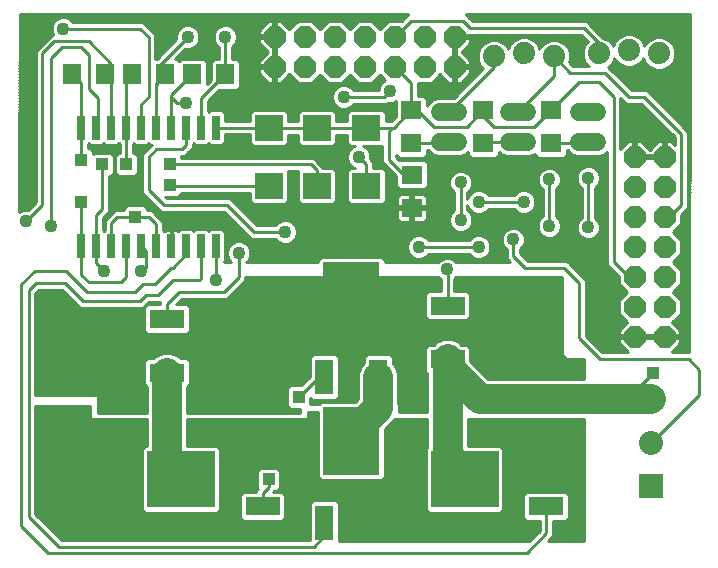
<source format=gtl>
G75*
G70*
%OFA0B0*%
%FSLAX24Y24*%
%IPPOS*%
%LPD*%
%AMOC8*
5,1,8,0,0,1.08239X$1,22.5*
%
%ADD10C,0.0600*%
%ADD11R,0.0709X0.0630*%
%ADD12R,0.1000X0.1000*%
%ADD13C,0.1000*%
%ADD14R,0.0800X0.0800*%
%ADD15C,0.0800*%
%ADD16OC8,0.0740*%
%ADD17C,0.0740*%
%ADD18R,0.1181X0.0630*%
%ADD19R,0.2250X0.1900*%
%ADD20R,0.0476X0.0476*%
%ADD21R,0.0630X0.1181*%
%ADD22R,0.1900X0.2250*%
%ADD23R,0.0260X0.0800*%
%ADD24R,0.0630X0.0709*%
%ADD25R,0.0945X0.0866*%
%ADD26C,0.0100*%
%ADD27C,0.0436*%
%ADD28C,0.1000*%
%ADD29C,0.0160*%
%ADD30R,0.0436X0.0436*%
D10*
X014550Y014100D02*
X015150Y014100D01*
X015150Y015100D02*
X014550Y015100D01*
X016850Y015100D02*
X017450Y015100D01*
X017450Y014100D02*
X016850Y014100D01*
X019200Y014100D02*
X019800Y014100D01*
X019800Y015100D02*
X019200Y015100D01*
D11*
X018250Y015151D03*
X018250Y014049D03*
X016000Y014049D03*
X016000Y015151D03*
X013600Y015151D03*
X013600Y014049D03*
X013620Y013001D03*
X013620Y011899D03*
D12*
X002100Y006600D03*
D13*
X002100Y004600D03*
D14*
X021600Y002630D03*
D15*
X021600Y004078D03*
X021600Y005526D03*
D16*
X022050Y007600D03*
X022050Y008600D03*
X021050Y008600D03*
X021050Y007600D03*
X021050Y009600D03*
X021050Y010600D03*
X022050Y010600D03*
X022050Y009600D03*
X022050Y011600D03*
X022050Y012600D03*
X022050Y013600D03*
X021050Y013600D03*
X021050Y012600D03*
X021050Y011600D03*
X015050Y016600D03*
X014050Y016600D03*
X013050Y016600D03*
X012050Y016600D03*
X011050Y016600D03*
X010050Y016600D03*
X009050Y016600D03*
X009050Y017600D03*
X010050Y017600D03*
X011050Y017600D03*
X012050Y017600D03*
X013050Y017600D03*
X014050Y017600D03*
X015050Y017600D03*
D17*
X016350Y016950D03*
X017350Y017050D03*
X018350Y016950D03*
X019850Y017050D03*
X020850Y017150D03*
X021850Y017050D03*
D18*
X014809Y008648D03*
X014809Y006852D03*
X018091Y003748D03*
X018091Y001952D03*
X008641Y001952D03*
X008641Y003748D03*
X005459Y006402D03*
X005459Y008198D03*
D19*
X008175Y007300D03*
X005925Y002850D03*
X015375Y002850D03*
X017525Y007750D03*
D20*
X017550Y007750D03*
X018400Y007750D03*
X018400Y007050D03*
X017550Y007100D03*
X016650Y007050D03*
X016650Y007750D03*
X016650Y008450D03*
X017550Y008450D03*
X018400Y008450D03*
X012300Y008100D03*
X011600Y008100D03*
X010900Y008100D03*
X010900Y009000D03*
X011600Y009000D03*
X012250Y009000D03*
X012300Y009850D03*
X011600Y009850D03*
X010900Y009850D03*
X009050Y008000D03*
X009050Y007300D03*
X009050Y006600D03*
X008200Y006650D03*
X008200Y007300D03*
X008200Y008000D03*
X007300Y008000D03*
X007300Y007300D03*
X007300Y006600D03*
X010900Y005000D03*
X011600Y005000D03*
X012300Y005000D03*
X012250Y004150D03*
X011600Y004150D03*
X010900Y004150D03*
X010900Y003250D03*
X011600Y003250D03*
X012300Y003250D03*
X014500Y003550D03*
X014500Y002850D03*
X015350Y002850D03*
X015350Y003500D03*
X016250Y003550D03*
X016250Y002850D03*
X016250Y002150D03*
X015350Y002150D03*
X014500Y002150D03*
X006800Y002150D03*
X006800Y002850D03*
X006800Y003550D03*
X005900Y003500D03*
X005900Y002850D03*
X005050Y002850D03*
X005050Y003550D03*
X005050Y002150D03*
X005900Y002150D03*
D21*
X010702Y001409D03*
X012498Y001409D03*
X012498Y006259D03*
X010702Y006259D03*
D22*
X011600Y004125D03*
X011600Y008975D03*
D23*
X007100Y010620D03*
X006600Y010620D03*
X006100Y010620D03*
X005600Y010620D03*
X005100Y010620D03*
X004600Y010620D03*
X004100Y010620D03*
X003600Y010620D03*
X003100Y010620D03*
X002600Y010620D03*
X002600Y014580D03*
X003100Y014580D03*
X003600Y014580D03*
X004100Y014580D03*
X004600Y014580D03*
X005100Y014580D03*
X005600Y014580D03*
X006100Y014580D03*
X006600Y014580D03*
X007100Y014580D03*
D24*
X007401Y016350D03*
X006299Y016350D03*
X005401Y016350D03*
X004299Y016350D03*
X003401Y016350D03*
X002299Y016350D03*
D25*
X008850Y014566D03*
X010450Y014566D03*
X012100Y014566D03*
X012100Y012634D03*
X010450Y012634D03*
X008850Y012634D03*
D26*
X000600Y001300D02*
X001500Y000400D01*
X017450Y000400D01*
X018100Y001050D01*
X018100Y001943D01*
X018091Y001952D01*
X017880Y001467D02*
X017430Y001467D01*
X017330Y001567D01*
X017330Y002338D01*
X017430Y002437D01*
X018752Y002437D01*
X018851Y002338D01*
X018851Y001567D01*
X018752Y001467D01*
X018320Y001467D01*
X018320Y000959D01*
X018191Y000830D01*
X018161Y000800D01*
X019350Y000800D01*
X019350Y004850D01*
X015479Y004850D01*
X015479Y003970D01*
X016570Y003970D01*
X016670Y003870D01*
X016670Y001830D01*
X016570Y001730D01*
X014179Y001730D01*
X014080Y001830D01*
X014080Y003870D01*
X014139Y003930D01*
X014139Y004850D01*
X013048Y004850D01*
X012720Y004522D01*
X012720Y002930D01*
X012620Y002830D01*
X010580Y002830D01*
X010480Y002930D01*
X010480Y005100D01*
X010150Y005100D01*
X010150Y004850D01*
X006129Y004850D01*
X006129Y003970D01*
X007120Y003970D01*
X007220Y003870D01*
X007220Y001830D01*
X007120Y001730D01*
X004729Y001730D01*
X004630Y001830D01*
X004630Y003870D01*
X004729Y003970D01*
X004789Y003970D01*
X004789Y004850D01*
X002900Y004850D01*
X002900Y005300D01*
X001070Y005300D01*
X001070Y001691D01*
X001941Y000820D01*
X010217Y000820D01*
X010217Y002070D01*
X010317Y002170D01*
X011088Y002170D01*
X011187Y002070D01*
X011187Y000800D01*
X017539Y000800D01*
X017880Y001141D01*
X017880Y001467D01*
X017880Y001391D02*
X011187Y001391D01*
X011187Y001489D02*
X017408Y001489D01*
X017330Y001588D02*
X011187Y001588D01*
X011187Y001686D02*
X017330Y001686D01*
X017330Y001785D02*
X016625Y001785D01*
X016670Y001883D02*
X017330Y001883D01*
X017330Y001982D02*
X016670Y001982D01*
X016670Y002080D02*
X017330Y002080D01*
X017330Y002179D02*
X016670Y002179D01*
X016670Y002277D02*
X017330Y002277D01*
X017368Y002376D02*
X016670Y002376D01*
X016670Y002474D02*
X019350Y002474D01*
X019350Y002376D02*
X018813Y002376D01*
X018851Y002277D02*
X019350Y002277D01*
X019350Y002179D02*
X018851Y002179D01*
X018851Y002080D02*
X019350Y002080D01*
X019350Y001982D02*
X018851Y001982D01*
X018851Y001883D02*
X019350Y001883D01*
X019350Y001785D02*
X018851Y001785D01*
X018851Y001686D02*
X019350Y001686D01*
X019350Y001588D02*
X018851Y001588D01*
X018773Y001489D02*
X019350Y001489D01*
X019350Y001391D02*
X018320Y001391D01*
X018320Y001292D02*
X019350Y001292D01*
X019350Y001194D02*
X018320Y001194D01*
X018320Y001095D02*
X019350Y001095D01*
X019350Y000997D02*
X018320Y000997D01*
X018259Y000898D02*
X019350Y000898D01*
X017880Y001194D02*
X011187Y001194D01*
X011187Y001292D02*
X017880Y001292D01*
X017834Y001095D02*
X011187Y001095D01*
X011187Y000997D02*
X017735Y000997D01*
X017637Y000898D02*
X011187Y000898D01*
X010702Y000952D02*
X010350Y000600D01*
X001850Y000600D01*
X000850Y001600D01*
X000850Y009150D01*
X001100Y009400D01*
X002050Y009400D01*
X002650Y008800D01*
X004550Y008800D01*
X004750Y009000D01*
X005150Y009000D01*
X005650Y009500D01*
X006550Y009500D01*
X006600Y009550D01*
X006600Y010620D01*
X006100Y010620D02*
X006100Y010350D01*
X005650Y009900D01*
X005600Y009900D01*
X005050Y009350D01*
X004650Y009350D01*
X004400Y009100D01*
X002800Y009100D01*
X002100Y009800D01*
X001050Y009800D01*
X000600Y009350D01*
X000600Y001300D01*
X001174Y001588D02*
X007880Y001588D01*
X007880Y001567D02*
X007980Y001467D01*
X009302Y001467D01*
X009401Y001567D01*
X009401Y002338D01*
X009302Y002437D01*
X008998Y002437D01*
X009023Y002462D01*
X009139Y002462D01*
X009238Y002561D01*
X009238Y003139D01*
X009139Y003238D01*
X008561Y003238D01*
X008462Y003139D01*
X008462Y002561D01*
X008481Y002542D01*
X008421Y002482D01*
X008421Y002437D01*
X007980Y002437D01*
X007880Y002338D01*
X007880Y001567D01*
X007958Y001489D02*
X001272Y001489D01*
X001371Y001391D02*
X010217Y001391D01*
X010217Y001489D02*
X009323Y001489D01*
X009401Y001588D02*
X010217Y001588D01*
X010217Y001686D02*
X009401Y001686D01*
X009401Y001785D02*
X010217Y001785D01*
X010217Y001883D02*
X009401Y001883D01*
X009401Y001982D02*
X010217Y001982D01*
X010227Y002080D02*
X009401Y002080D01*
X009401Y002179D02*
X014080Y002179D01*
X014080Y002277D02*
X009401Y002277D01*
X009363Y002376D02*
X014080Y002376D01*
X014080Y002474D02*
X009151Y002474D01*
X009238Y002573D02*
X014080Y002573D01*
X014080Y002671D02*
X009238Y002671D01*
X009238Y002770D02*
X014080Y002770D01*
X014080Y002868D02*
X012658Y002868D01*
X012720Y002967D02*
X014080Y002967D01*
X014080Y003065D02*
X012720Y003065D01*
X012720Y003164D02*
X014080Y003164D01*
X014080Y003262D02*
X012720Y003262D01*
X012720Y003361D02*
X014080Y003361D01*
X014080Y003459D02*
X012720Y003459D01*
X012720Y003558D02*
X014080Y003558D01*
X014080Y003656D02*
X012720Y003656D01*
X012720Y003755D02*
X014080Y003755D01*
X014080Y003853D02*
X012720Y003853D01*
X012720Y003952D02*
X014139Y003952D01*
X014139Y004050D02*
X012720Y004050D01*
X012720Y004149D02*
X014139Y004149D01*
X014139Y004247D02*
X012720Y004247D01*
X012720Y004346D02*
X014139Y004346D01*
X014139Y004444D02*
X012720Y004444D01*
X012740Y004543D02*
X014139Y004543D01*
X014139Y004641D02*
X012839Y004641D01*
X012937Y004740D02*
X014139Y004740D01*
X014139Y004838D02*
X013036Y004838D01*
X013200Y005100D02*
X013200Y005350D01*
X013168Y005350D01*
X013168Y006393D01*
X013066Y006639D01*
X012983Y006722D01*
X012983Y006920D01*
X012883Y007020D01*
X012112Y007020D01*
X012013Y006920D01*
X012013Y006722D01*
X011930Y006639D01*
X011828Y006393D01*
X011828Y005525D01*
X011723Y005420D01*
X010580Y005420D01*
X010509Y005350D01*
X010238Y005350D01*
X010238Y005578D01*
X010317Y005499D01*
X011088Y005499D01*
X011187Y005598D01*
X011187Y006920D01*
X011088Y007020D01*
X010317Y007020D01*
X010217Y006920D01*
X010217Y006279D01*
X009927Y005988D01*
X009561Y005988D01*
X009462Y005889D01*
X009462Y005311D01*
X009561Y005212D01*
X009900Y005212D01*
X009900Y005070D01*
X006129Y005070D01*
X006129Y005926D01*
X006220Y006017D01*
X006220Y006788D01*
X006120Y006887D01*
X005922Y006887D01*
X005839Y006970D01*
X005593Y007072D01*
X005326Y007072D01*
X005080Y006970D01*
X004997Y006887D01*
X004798Y006887D01*
X004699Y006788D01*
X004699Y006017D01*
X004789Y005926D01*
X004789Y005070D01*
X003150Y005070D01*
X003150Y005650D01*
X001070Y005650D01*
X001070Y009059D01*
X001191Y009180D01*
X001959Y009180D01*
X002430Y008709D01*
X002559Y008580D01*
X004641Y008580D01*
X004841Y008780D01*
X005239Y008780D01*
X005239Y008683D01*
X004798Y008683D01*
X004699Y008583D01*
X004699Y007812D01*
X004798Y007713D01*
X006120Y007713D01*
X006220Y007812D01*
X006220Y008583D01*
X006120Y008683D01*
X005744Y008683D01*
X005941Y008880D01*
X007441Y008880D01*
X007941Y009380D01*
X008070Y009509D01*
X008070Y009600D01*
X014501Y009600D01*
X014580Y009521D01*
X014589Y009517D01*
X014589Y009133D01*
X014148Y009133D01*
X014049Y009033D01*
X014049Y008262D01*
X014148Y008163D01*
X015470Y008163D01*
X015570Y008262D01*
X015570Y009033D01*
X015470Y009133D01*
X015029Y009133D01*
X015029Y009531D01*
X015099Y009600D01*
X018630Y009600D01*
X018630Y007009D01*
X018759Y006880D01*
X019350Y006880D01*
X019350Y006196D01*
X016161Y006196D01*
X015570Y006787D01*
X015570Y007238D01*
X015470Y007337D01*
X015272Y007337D01*
X015189Y007420D01*
X014943Y007522D01*
X014676Y007522D01*
X014430Y007420D01*
X014347Y007337D01*
X014148Y007337D01*
X014049Y007238D01*
X014049Y006467D01*
X014139Y006376D01*
X014139Y005100D01*
X013200Y005100D01*
X013200Y005134D02*
X014139Y005134D01*
X014139Y005232D02*
X013200Y005232D01*
X013200Y005331D02*
X014139Y005331D01*
X014139Y005429D02*
X013168Y005429D01*
X013168Y005528D02*
X014139Y005528D01*
X014139Y005626D02*
X013168Y005626D01*
X013168Y005725D02*
X014139Y005725D01*
X014139Y005823D02*
X013168Y005823D01*
X013168Y005922D02*
X014139Y005922D01*
X014139Y006020D02*
X013168Y006020D01*
X013168Y006119D02*
X014139Y006119D01*
X014139Y006217D02*
X013168Y006217D01*
X013168Y006316D02*
X014139Y006316D01*
X014102Y006414D02*
X013159Y006414D01*
X013118Y006513D02*
X014049Y006513D01*
X014049Y006611D02*
X013077Y006611D01*
X012995Y006710D02*
X014049Y006710D01*
X014049Y006808D02*
X012983Y006808D01*
X012983Y006907D02*
X014049Y006907D01*
X014049Y007005D02*
X012898Y007005D01*
X012097Y007005D02*
X011103Y007005D01*
X011187Y006907D02*
X012013Y006907D01*
X012013Y006808D02*
X011187Y006808D01*
X011187Y006710D02*
X012000Y006710D01*
X011918Y006611D02*
X011187Y006611D01*
X011187Y006513D02*
X011877Y006513D01*
X011836Y006414D02*
X011187Y006414D01*
X011187Y006316D02*
X011828Y006316D01*
X011828Y006217D02*
X011187Y006217D01*
X011187Y006119D02*
X011828Y006119D01*
X011828Y006020D02*
X011187Y006020D01*
X011187Y005922D02*
X011828Y005922D01*
X011828Y005823D02*
X011187Y005823D01*
X011187Y005725D02*
X011828Y005725D01*
X011828Y005626D02*
X011187Y005626D01*
X011116Y005528D02*
X011828Y005528D01*
X011731Y005429D02*
X010238Y005429D01*
X010238Y005528D02*
X010288Y005528D01*
X009850Y005600D02*
X010509Y006259D01*
X010702Y006259D01*
X010217Y006316D02*
X006220Y006316D01*
X006220Y006414D02*
X010217Y006414D01*
X010217Y006513D02*
X006220Y006513D01*
X006220Y006611D02*
X010217Y006611D01*
X010217Y006710D02*
X006220Y006710D01*
X006200Y006808D02*
X010217Y006808D01*
X010217Y006907D02*
X005903Y006907D01*
X005755Y007005D02*
X010302Y007005D01*
X010156Y006217D02*
X006220Y006217D01*
X006220Y006119D02*
X010057Y006119D01*
X009959Y006020D02*
X006220Y006020D01*
X006129Y005922D02*
X009495Y005922D01*
X009462Y005823D02*
X006129Y005823D01*
X006129Y005725D02*
X009462Y005725D01*
X009462Y005626D02*
X006129Y005626D01*
X006129Y005528D02*
X009462Y005528D01*
X009462Y005429D02*
X006129Y005429D01*
X006129Y005331D02*
X009462Y005331D01*
X009541Y005232D02*
X006129Y005232D01*
X006129Y005134D02*
X009900Y005134D01*
X010150Y005035D02*
X010480Y005035D01*
X010480Y004937D02*
X010150Y004937D01*
X010480Y004838D02*
X006129Y004838D01*
X006129Y004740D02*
X010480Y004740D01*
X010480Y004641D02*
X006129Y004641D01*
X006129Y004543D02*
X010480Y004543D01*
X010480Y004444D02*
X006129Y004444D01*
X006129Y004346D02*
X010480Y004346D01*
X010480Y004247D02*
X006129Y004247D01*
X006129Y004149D02*
X010480Y004149D01*
X010480Y004050D02*
X006129Y004050D01*
X007139Y003952D02*
X010480Y003952D01*
X010480Y003853D02*
X007220Y003853D01*
X007220Y003755D02*
X010480Y003755D01*
X010480Y003656D02*
X007220Y003656D01*
X007220Y003558D02*
X010480Y003558D01*
X010480Y003459D02*
X007220Y003459D01*
X007220Y003361D02*
X010480Y003361D01*
X010480Y003262D02*
X007220Y003262D01*
X007220Y003164D02*
X008487Y003164D01*
X008462Y003065D02*
X007220Y003065D01*
X007220Y002967D02*
X008462Y002967D01*
X008462Y002868D02*
X007220Y002868D01*
X007220Y002770D02*
X008462Y002770D01*
X008462Y002671D02*
X007220Y002671D01*
X007220Y002573D02*
X008462Y002573D01*
X008421Y002474D02*
X007220Y002474D01*
X007220Y002376D02*
X007918Y002376D01*
X007880Y002277D02*
X007220Y002277D01*
X007220Y002179D02*
X007880Y002179D01*
X007880Y002080D02*
X007220Y002080D01*
X007220Y001982D02*
X007880Y001982D01*
X007880Y001883D02*
X007220Y001883D01*
X007175Y001785D02*
X007880Y001785D01*
X007880Y001686D02*
X001075Y001686D01*
X001070Y001785D02*
X004675Y001785D01*
X004630Y001883D02*
X001070Y001883D01*
X001070Y001982D02*
X004630Y001982D01*
X004630Y002080D02*
X001070Y002080D01*
X001070Y002179D02*
X004630Y002179D01*
X004630Y002277D02*
X001070Y002277D01*
X001070Y002376D02*
X004630Y002376D01*
X004630Y002474D02*
X001070Y002474D01*
X001070Y002573D02*
X004630Y002573D01*
X004630Y002671D02*
X001070Y002671D01*
X001070Y002770D02*
X004630Y002770D01*
X004630Y002868D02*
X001070Y002868D01*
X001070Y002967D02*
X004630Y002967D01*
X004630Y003065D02*
X001070Y003065D01*
X001070Y003164D02*
X004630Y003164D01*
X004630Y003262D02*
X001070Y003262D01*
X001070Y003361D02*
X004630Y003361D01*
X004630Y003459D02*
X001070Y003459D01*
X001070Y003558D02*
X004630Y003558D01*
X004630Y003656D02*
X001070Y003656D01*
X001070Y003755D02*
X004630Y003755D01*
X004630Y003853D02*
X001070Y003853D01*
X001070Y003952D02*
X004711Y003952D01*
X004789Y004050D02*
X001070Y004050D01*
X001070Y004149D02*
X004789Y004149D01*
X004789Y004247D02*
X001070Y004247D01*
X001070Y004346D02*
X004789Y004346D01*
X004789Y004444D02*
X001070Y004444D01*
X001070Y004543D02*
X004789Y004543D01*
X004789Y004641D02*
X001070Y004641D01*
X001070Y004740D02*
X004789Y004740D01*
X004789Y004838D02*
X001070Y004838D01*
X001070Y004937D02*
X002900Y004937D01*
X002900Y005035D02*
X001070Y005035D01*
X001070Y005134D02*
X002900Y005134D01*
X002900Y005232D02*
X001070Y005232D01*
X001070Y005725D02*
X004789Y005725D01*
X004789Y005823D02*
X001070Y005823D01*
X001070Y005922D02*
X004789Y005922D01*
X004699Y006020D02*
X001070Y006020D01*
X001070Y006119D02*
X004699Y006119D01*
X004699Y006217D02*
X001070Y006217D01*
X001070Y006316D02*
X004699Y006316D01*
X004699Y006414D02*
X001070Y006414D01*
X001070Y006513D02*
X004699Y006513D01*
X004699Y006611D02*
X001070Y006611D01*
X001070Y006710D02*
X004699Y006710D01*
X004719Y006808D02*
X001070Y006808D01*
X001070Y006907D02*
X005016Y006907D01*
X005164Y007005D02*
X001070Y007005D01*
X001070Y007104D02*
X014049Y007104D01*
X014049Y007202D02*
X001070Y007202D01*
X001070Y007301D02*
X014112Y007301D01*
X014409Y007399D02*
X001070Y007399D01*
X001070Y007498D02*
X014616Y007498D01*
X015003Y007498D02*
X018630Y007498D01*
X018630Y007596D02*
X001070Y007596D01*
X001070Y007695D02*
X018630Y007695D01*
X018630Y007793D02*
X006201Y007793D01*
X006220Y007892D02*
X018630Y007892D01*
X018630Y007990D02*
X006220Y007990D01*
X006220Y008089D02*
X018630Y008089D01*
X018630Y008187D02*
X015495Y008187D01*
X015570Y008286D02*
X018630Y008286D01*
X018630Y008384D02*
X015570Y008384D01*
X015570Y008483D02*
X018630Y008483D01*
X018630Y008581D02*
X015570Y008581D01*
X015570Y008680D02*
X018630Y008680D01*
X018630Y008778D02*
X015570Y008778D01*
X015570Y008877D02*
X018630Y008877D01*
X018630Y008975D02*
X015570Y008975D01*
X015529Y009074D02*
X018630Y009074D01*
X018630Y009172D02*
X015029Y009172D01*
X015029Y009271D02*
X018630Y009271D01*
X018630Y009369D02*
X015029Y009369D01*
X015029Y009468D02*
X018630Y009468D01*
X018630Y009566D02*
X015065Y009566D01*
X014809Y009841D02*
X014800Y009850D01*
X014809Y009841D02*
X014809Y008648D01*
X014589Y009172D02*
X007733Y009172D01*
X007635Y009074D02*
X014089Y009074D01*
X014049Y008975D02*
X007536Y008975D01*
X007350Y009100D02*
X007850Y009600D01*
X007850Y010400D01*
X008208Y010551D02*
X013462Y010551D01*
X013462Y010523D02*
X013521Y010380D01*
X013630Y010271D01*
X013773Y010212D01*
X013927Y010212D01*
X014070Y010271D01*
X014179Y010380D01*
X015521Y010380D01*
X015630Y010271D01*
X015773Y010212D01*
X015927Y010212D01*
X016070Y010271D01*
X016179Y010380D01*
X016238Y010523D01*
X016238Y010677D01*
X016179Y010820D01*
X016070Y010929D01*
X015927Y010988D01*
X015773Y010988D01*
X015630Y010929D01*
X015521Y010820D01*
X014179Y010820D01*
X014070Y010929D01*
X013927Y010988D01*
X013773Y010988D01*
X013630Y010929D01*
X013521Y010820D01*
X013462Y010677D01*
X013462Y010523D01*
X013491Y010453D02*
X008238Y010453D01*
X008238Y010477D02*
X008238Y010323D01*
X008179Y010180D01*
X008099Y010100D01*
X010480Y010100D01*
X010480Y010171D01*
X010580Y010270D01*
X012620Y010270D01*
X012720Y010171D01*
X012720Y010100D01*
X014501Y010100D01*
X014580Y010179D01*
X014723Y010238D01*
X014877Y010238D01*
X015020Y010179D01*
X015099Y010100D01*
X016889Y010100D01*
X016780Y010209D01*
X016780Y010521D01*
X016671Y010630D01*
X016612Y010773D01*
X016612Y010927D01*
X016671Y011070D01*
X016780Y011179D01*
X016923Y011238D01*
X017077Y011238D01*
X017220Y011179D01*
X017329Y011070D01*
X017388Y010927D01*
X017388Y010773D01*
X017329Y010630D01*
X017220Y010521D01*
X017220Y010391D01*
X017491Y010120D01*
X018791Y010120D01*
X018811Y010100D01*
X018850Y010100D01*
X018850Y010061D01*
X019291Y009620D01*
X019420Y009491D01*
X019420Y007641D01*
X019961Y007100D01*
X020815Y007100D01*
X020530Y007385D01*
X020530Y007550D01*
X021000Y007550D01*
X021000Y007650D01*
X020530Y007650D01*
X020530Y007815D01*
X020800Y008086D01*
X020510Y008376D01*
X020510Y008824D01*
X020786Y009100D01*
X020510Y009376D01*
X020510Y009629D01*
X020259Y009880D01*
X020130Y010009D01*
X020130Y013765D01*
X020066Y013702D01*
X019893Y013630D01*
X019107Y013630D01*
X018934Y013702D01*
X018807Y013829D01*
X018774Y013829D01*
X018774Y013663D01*
X018675Y013564D01*
X017825Y013564D01*
X017726Y013663D01*
X017726Y013711D01*
X017716Y013702D01*
X017543Y013630D01*
X016757Y013630D01*
X016584Y013702D01*
X016524Y013761D01*
X016524Y013663D01*
X016425Y013564D01*
X015575Y013564D01*
X015476Y013663D01*
X015476Y013761D01*
X015416Y013702D01*
X015243Y013630D01*
X014457Y013630D01*
X014284Y013702D01*
X014157Y013829D01*
X014124Y013829D01*
X014124Y013663D01*
X014025Y013564D01*
X013175Y013564D01*
X013080Y013659D01*
X013080Y013601D01*
X013195Y013486D01*
X013195Y013486D01*
X014045Y013486D01*
X014144Y013387D01*
X014144Y012616D01*
X014045Y012516D01*
X013195Y012516D01*
X013096Y012616D01*
X013096Y012963D01*
X012769Y013290D01*
X012640Y013419D01*
X012640Y013963D01*
X011988Y013963D01*
X012070Y013929D01*
X012179Y013820D01*
X012238Y013677D01*
X012238Y013523D01*
X012320Y013441D01*
X012320Y013237D01*
X012643Y013237D01*
X012742Y013137D01*
X012742Y012130D01*
X012643Y012031D01*
X011557Y012031D01*
X011458Y012130D01*
X011458Y013137D01*
X011557Y013237D01*
X011712Y013237D01*
X011630Y013271D01*
X011521Y013380D01*
X011462Y013523D01*
X011462Y013677D01*
X011521Y013820D01*
X011630Y013929D01*
X011712Y013963D01*
X011557Y013963D01*
X011458Y014063D01*
X011458Y014346D01*
X011092Y014346D01*
X011092Y014063D01*
X010993Y013963D01*
X009907Y013963D01*
X009808Y014063D01*
X009808Y014346D01*
X009492Y014346D01*
X009492Y014063D01*
X009393Y013963D01*
X008307Y013963D01*
X008208Y014063D01*
X008208Y014360D01*
X007400Y014360D01*
X007400Y014110D01*
X007300Y014010D01*
X006900Y014010D01*
X006850Y014060D01*
X006800Y014010D01*
X006400Y014010D01*
X006350Y014060D01*
X006320Y014030D01*
X006320Y013909D01*
X006170Y013759D01*
X006041Y013630D01*
X005938Y013630D01*
X005938Y013570D01*
X010341Y013570D01*
X010470Y013441D01*
X010670Y013241D01*
X010670Y013237D01*
X010993Y013237D01*
X011092Y013137D01*
X011092Y012130D01*
X010993Y012031D01*
X009907Y012031D01*
X009808Y012130D01*
X009808Y013130D01*
X009492Y013130D01*
X009492Y012130D01*
X009393Y012031D01*
X008307Y012031D01*
X008208Y012130D01*
X008208Y012414D01*
X005938Y012414D01*
X005938Y012361D01*
X005839Y012262D01*
X005399Y012262D01*
X005441Y012220D01*
X007541Y012220D01*
X008441Y011320D01*
X009071Y011320D01*
X009180Y011429D01*
X009323Y011488D01*
X009477Y011488D01*
X009620Y011429D01*
X009729Y011320D01*
X009788Y011177D01*
X009788Y011023D01*
X009729Y010880D01*
X009620Y010771D01*
X009477Y010712D01*
X009323Y010712D01*
X009180Y010771D01*
X009071Y010880D01*
X008259Y010880D01*
X008130Y011009D01*
X007359Y011780D01*
X005259Y011780D01*
X005130Y011909D01*
X004630Y012409D01*
X004630Y013691D01*
X004759Y013820D01*
X004949Y014010D01*
X004900Y014010D01*
X004850Y014060D01*
X004800Y014010D01*
X004400Y014010D01*
X004350Y014060D01*
X004320Y014030D01*
X004320Y013738D01*
X004389Y013738D01*
X004488Y013639D01*
X004488Y013061D01*
X004389Y012962D01*
X003811Y012962D01*
X003712Y013061D01*
X003712Y013639D01*
X003811Y013738D01*
X003880Y013738D01*
X003880Y014030D01*
X003850Y014060D01*
X003800Y014010D01*
X003400Y014010D01*
X003350Y014060D01*
X003300Y014010D01*
X002900Y014010D01*
X002850Y014060D01*
X002820Y014030D01*
X002820Y013888D01*
X002889Y013888D01*
X002988Y013789D01*
X002988Y013715D01*
X003011Y013738D01*
X003589Y013738D01*
X003688Y013639D01*
X003688Y013061D01*
X003589Y012962D01*
X003520Y012962D01*
X003520Y011759D01*
X003320Y011559D01*
X003320Y011170D01*
X003350Y011140D01*
X003380Y011170D01*
X003380Y011491D01*
X003509Y011620D01*
X003709Y011820D01*
X004012Y011820D01*
X004012Y011889D01*
X004111Y011988D01*
X004689Y011988D01*
X004788Y011889D01*
X004788Y011820D01*
X004941Y011820D01*
X005070Y011691D01*
X005320Y011441D01*
X005320Y011170D01*
X005364Y011126D01*
X005378Y011140D01*
X005412Y011160D01*
X005450Y011170D01*
X005585Y011170D01*
X005585Y010635D01*
X005615Y010635D01*
X005615Y011170D01*
X005750Y011170D01*
X005788Y011160D01*
X005822Y011140D01*
X005836Y011126D01*
X005900Y011190D01*
X006300Y011190D01*
X006350Y011140D01*
X006400Y011190D01*
X006800Y011190D01*
X006850Y011140D01*
X006900Y011190D01*
X007300Y011190D01*
X007400Y011090D01*
X007400Y010150D01*
X007350Y010100D01*
X007601Y010100D01*
X007521Y010180D01*
X007462Y010323D01*
X007462Y010477D01*
X007521Y010620D01*
X007630Y010729D01*
X007773Y010788D01*
X007927Y010788D01*
X008070Y010729D01*
X008179Y010620D01*
X008238Y010477D01*
X008238Y010354D02*
X013547Y010354D01*
X013667Y010256D02*
X012635Y010256D01*
X012720Y010157D02*
X014558Y010157D01*
X014153Y010354D02*
X015547Y010354D01*
X015667Y010256D02*
X014033Y010256D01*
X013850Y010600D02*
X015850Y010600D01*
X016209Y010748D02*
X016622Y010748D01*
X016612Y010847D02*
X016152Y010847D01*
X016031Y010945D02*
X016619Y010945D01*
X016660Y011044D02*
X009788Y011044D01*
X009788Y011142D02*
X015100Y011142D01*
X015030Y011171D02*
X015173Y011112D01*
X015327Y011112D01*
X015470Y011171D01*
X015579Y011280D01*
X015638Y011423D01*
X015638Y011577D01*
X015579Y011720D01*
X015470Y011829D01*
X015470Y012003D01*
X015521Y011880D01*
X015630Y011771D01*
X015773Y011712D01*
X015927Y011712D01*
X016070Y011771D01*
X016179Y011880D01*
X017021Y011880D01*
X017130Y011771D01*
X017273Y011712D01*
X017427Y011712D01*
X017570Y011771D01*
X017679Y011880D01*
X017738Y012023D01*
X017738Y012177D01*
X017679Y012320D01*
X017570Y012429D01*
X017427Y012488D01*
X017273Y012488D01*
X017130Y012429D01*
X017021Y012320D01*
X016179Y012320D01*
X016070Y012429D01*
X015927Y012488D01*
X015773Y012488D01*
X015630Y012429D01*
X015521Y012320D01*
X015470Y012197D01*
X015470Y012421D01*
X015579Y012530D01*
X015638Y012673D01*
X015638Y012827D01*
X015579Y012970D01*
X015470Y013079D01*
X015327Y013138D01*
X015173Y013138D01*
X015030Y013079D01*
X014921Y012970D01*
X014862Y012827D01*
X014862Y012673D01*
X014921Y012530D01*
X015030Y012421D01*
X015030Y011829D01*
X014921Y011720D01*
X014862Y011577D01*
X014862Y011423D01*
X014921Y011280D01*
X015030Y011171D01*
X014961Y011241D02*
X009762Y011241D01*
X009710Y011339D02*
X014897Y011339D01*
X014862Y011438D02*
X014008Y011438D01*
X013994Y011434D02*
X014032Y011444D01*
X014066Y011464D01*
X014094Y011492D01*
X014114Y011526D01*
X014124Y011564D01*
X014124Y011849D01*
X013670Y011849D01*
X013670Y011949D01*
X013570Y011949D01*
X013570Y012364D01*
X013246Y012364D01*
X013208Y012354D01*
X013174Y012334D01*
X013146Y012306D01*
X013126Y012272D01*
X013116Y012234D01*
X013116Y011949D01*
X013570Y011949D01*
X013570Y011849D01*
X013116Y011849D01*
X013116Y011564D01*
X013126Y011526D01*
X013146Y011492D01*
X013174Y011464D01*
X013208Y011444D01*
X013246Y011434D01*
X013570Y011434D01*
X013570Y011849D01*
X013670Y011849D01*
X013670Y011434D01*
X013994Y011434D01*
X014117Y011536D02*
X014862Y011536D01*
X014886Y011635D02*
X014124Y011635D01*
X014124Y011733D02*
X014934Y011733D01*
X015030Y011832D02*
X014124Y011832D01*
X014124Y011949D02*
X014124Y012234D01*
X014114Y012272D01*
X014094Y012306D01*
X014066Y012334D01*
X014032Y012354D01*
X013994Y012364D01*
X013670Y012364D01*
X013670Y011949D01*
X014124Y011949D01*
X014124Y012029D02*
X015030Y012029D01*
X015030Y012127D02*
X014124Y012127D01*
X014124Y012226D02*
X015030Y012226D01*
X015030Y012324D02*
X014076Y012324D01*
X014050Y012521D02*
X014930Y012521D01*
X014884Y012620D02*
X014144Y012620D01*
X014144Y012718D02*
X014862Y012718D01*
X014862Y012817D02*
X014144Y012817D01*
X014144Y012915D02*
X014898Y012915D01*
X014965Y013014D02*
X014144Y013014D01*
X014144Y013112D02*
X015110Y013112D01*
X015390Y013112D02*
X017913Y013112D01*
X017871Y013070D02*
X017980Y013179D01*
X018123Y013238D01*
X018277Y013238D01*
X018420Y013179D01*
X018529Y013070D01*
X018588Y012927D01*
X018588Y012773D01*
X018529Y012630D01*
X018420Y012521D01*
X019280Y012521D01*
X019280Y012571D02*
X019171Y012680D01*
X019112Y012823D01*
X019112Y012977D01*
X019171Y013120D01*
X019280Y013229D01*
X019423Y013288D01*
X019577Y013288D01*
X019720Y013229D01*
X019829Y013120D01*
X019888Y012977D01*
X019888Y012823D01*
X019829Y012680D01*
X019720Y012571D01*
X019720Y011579D01*
X019829Y011470D01*
X019888Y011327D01*
X019888Y011173D01*
X019829Y011030D01*
X019720Y010921D01*
X019577Y010862D01*
X019423Y010862D01*
X019280Y010921D01*
X019171Y011030D01*
X019112Y011173D01*
X019112Y011327D01*
X019171Y011470D01*
X019280Y011579D01*
X019280Y012571D01*
X019232Y012620D02*
X018518Y012620D01*
X018565Y012718D02*
X019155Y012718D01*
X019114Y012817D02*
X018588Y012817D01*
X018588Y012915D02*
X019112Y012915D01*
X019127Y013014D02*
X018552Y013014D01*
X018487Y013112D02*
X019168Y013112D01*
X019262Y013211D02*
X018344Y013211D01*
X018056Y013211D02*
X014144Y013211D01*
X014144Y013309D02*
X020130Y013309D01*
X020130Y013211D02*
X019738Y013211D01*
X019832Y013112D02*
X020130Y013112D01*
X020130Y013014D02*
X019873Y013014D01*
X019888Y012915D02*
X020130Y012915D01*
X020130Y012817D02*
X019886Y012817D01*
X019845Y012718D02*
X020130Y012718D01*
X020130Y012620D02*
X019768Y012620D01*
X019720Y012521D02*
X020130Y012521D01*
X020130Y012423D02*
X019720Y012423D01*
X019720Y012324D02*
X020130Y012324D01*
X020130Y012226D02*
X019720Y012226D01*
X019720Y012127D02*
X020130Y012127D01*
X020130Y012029D02*
X019720Y012029D01*
X019720Y011930D02*
X020130Y011930D01*
X020130Y011832D02*
X019720Y011832D01*
X019720Y011733D02*
X020130Y011733D01*
X020130Y011635D02*
X019720Y011635D01*
X019763Y011536D02*
X020130Y011536D01*
X020130Y011438D02*
X019842Y011438D01*
X019883Y011339D02*
X020130Y011339D01*
X020130Y011241D02*
X019888Y011241D01*
X019875Y011142D02*
X020130Y011142D01*
X020130Y011044D02*
X019835Y011044D01*
X019744Y010945D02*
X020130Y010945D01*
X020130Y010847D02*
X017388Y010847D01*
X017381Y010945D02*
X018043Y010945D01*
X017980Y010971D02*
X018123Y010912D01*
X018277Y010912D01*
X018420Y010971D01*
X018529Y011080D01*
X018588Y011223D01*
X018588Y011377D01*
X018529Y011520D01*
X018420Y011629D01*
X018420Y012521D01*
X018420Y012423D02*
X019280Y012423D01*
X019280Y012324D02*
X018420Y012324D01*
X018420Y012226D02*
X019280Y012226D01*
X019280Y012127D02*
X018420Y012127D01*
X018420Y012029D02*
X019280Y012029D01*
X019280Y011930D02*
X018420Y011930D01*
X018420Y011832D02*
X019280Y011832D01*
X019280Y011733D02*
X018420Y011733D01*
X018420Y011635D02*
X019280Y011635D01*
X019237Y011536D02*
X018513Y011536D01*
X018563Y011438D02*
X019158Y011438D01*
X019117Y011339D02*
X018588Y011339D01*
X018588Y011241D02*
X019112Y011241D01*
X019125Y011142D02*
X018555Y011142D01*
X018492Y011044D02*
X019165Y011044D01*
X019256Y010945D02*
X018357Y010945D01*
X017980Y010971D02*
X017871Y011080D01*
X017812Y011223D01*
X017812Y011377D01*
X017871Y011520D01*
X017980Y011629D01*
X017980Y012521D01*
X015570Y012521D01*
X015616Y012620D02*
X017882Y012620D01*
X017871Y012630D02*
X017980Y012521D01*
X017980Y012423D02*
X017576Y012423D01*
X017675Y012324D02*
X017980Y012324D01*
X017980Y012226D02*
X017718Y012226D01*
X017738Y012127D02*
X017980Y012127D01*
X017980Y012029D02*
X017738Y012029D01*
X017700Y011930D02*
X017980Y011930D01*
X017980Y011832D02*
X017630Y011832D01*
X017478Y011733D02*
X017980Y011733D01*
X017980Y011635D02*
X015614Y011635D01*
X015638Y011536D02*
X017887Y011536D01*
X017837Y011438D02*
X015638Y011438D01*
X015603Y011339D02*
X017812Y011339D01*
X017812Y011241D02*
X015539Y011241D01*
X015400Y011142D02*
X016743Y011142D01*
X017000Y010850D02*
X017000Y010300D01*
X017400Y009900D01*
X018700Y009900D01*
X019200Y009400D01*
X019200Y007550D01*
X019900Y006850D01*
X022850Y006850D01*
X023200Y006500D01*
X023200Y005678D01*
X021600Y004078D01*
X021100Y005526D02*
X021100Y005840D01*
X021650Y006390D01*
X022285Y007100D02*
X022570Y007385D01*
X022570Y007550D01*
X022100Y007550D01*
X022100Y007650D01*
X022570Y007650D01*
X022570Y007815D01*
X022300Y008086D01*
X022590Y008376D01*
X022590Y008824D01*
X022314Y009100D01*
X022590Y009376D01*
X022590Y009824D01*
X022314Y010100D01*
X022590Y010376D01*
X022590Y010824D01*
X022314Y011100D01*
X022590Y011376D01*
X022590Y011679D01*
X022691Y011780D01*
X022820Y011909D01*
X022820Y014441D01*
X021441Y015820D01*
X020941Y015820D01*
X020270Y016491D01*
X020270Y016491D01*
X020162Y016599D01*
X020308Y016744D01*
X020371Y016896D01*
X020392Y016844D01*
X020544Y016692D01*
X020743Y016610D01*
X020957Y016610D01*
X021156Y016692D01*
X021308Y016844D01*
X021329Y016896D01*
X021392Y016744D01*
X021544Y016592D01*
X021743Y016510D01*
X021957Y016510D01*
X022156Y016592D01*
X022308Y016744D01*
X022390Y016943D01*
X022390Y017157D01*
X022308Y017356D01*
X022156Y017508D01*
X021957Y017590D01*
X021743Y017590D01*
X021544Y017508D01*
X021392Y017356D01*
X021371Y017304D01*
X021308Y017456D01*
X021156Y017608D01*
X020957Y017690D01*
X020743Y017690D01*
X020544Y017608D01*
X020392Y017456D01*
X020329Y017304D01*
X020308Y017356D01*
X020156Y017508D01*
X019981Y017580D01*
X019570Y017991D01*
X019441Y018120D01*
X015641Y018120D01*
X015530Y018231D01*
X015411Y018350D01*
X022900Y018350D01*
X022850Y007100D01*
X022285Y007100D01*
X022289Y007104D02*
X022850Y007104D01*
X022850Y007202D02*
X022387Y007202D01*
X022486Y007301D02*
X022851Y007301D01*
X022851Y007399D02*
X022570Y007399D01*
X022570Y007498D02*
X022852Y007498D01*
X022852Y007596D02*
X022100Y007596D01*
X022000Y007596D02*
X021100Y007596D01*
X021100Y007550D02*
X021100Y007650D01*
X022000Y007650D01*
X022000Y007550D01*
X021570Y007550D01*
X021100Y007550D01*
X021000Y007596D02*
X019465Y007596D01*
X019420Y007695D02*
X020530Y007695D01*
X020530Y007793D02*
X019420Y007793D01*
X019420Y007892D02*
X020606Y007892D01*
X020705Y007990D02*
X019420Y007990D01*
X019420Y008089D02*
X020798Y008089D01*
X020699Y008187D02*
X019420Y008187D01*
X019420Y008286D02*
X020601Y008286D01*
X020510Y008384D02*
X019420Y008384D01*
X019420Y008483D02*
X020510Y008483D01*
X020510Y008581D02*
X019420Y008581D01*
X019420Y008680D02*
X020510Y008680D01*
X020510Y008778D02*
X019420Y008778D01*
X019420Y008877D02*
X020563Y008877D01*
X020661Y008975D02*
X019420Y008975D01*
X019420Y009074D02*
X020760Y009074D01*
X020714Y009172D02*
X019420Y009172D01*
X019420Y009271D02*
X020616Y009271D01*
X020517Y009369D02*
X019420Y009369D01*
X019420Y009468D02*
X020510Y009468D01*
X020510Y009566D02*
X019345Y009566D01*
X019247Y009665D02*
X020474Y009665D01*
X020376Y009763D02*
X019148Y009763D01*
X019050Y009862D02*
X020277Y009862D01*
X020179Y009960D02*
X018951Y009960D01*
X018853Y010059D02*
X020130Y010059D01*
X020130Y010157D02*
X017454Y010157D01*
X017356Y010256D02*
X020130Y010256D01*
X020130Y010354D02*
X017257Y010354D01*
X017220Y010453D02*
X020130Y010453D01*
X020130Y010551D02*
X017250Y010551D01*
X017337Y010650D02*
X020130Y010650D01*
X020130Y010748D02*
X017378Y010748D01*
X017340Y011044D02*
X017908Y011044D01*
X017845Y011142D02*
X017257Y011142D01*
X017222Y011733D02*
X015978Y011733D01*
X016130Y011832D02*
X017070Y011832D01*
X017350Y012100D02*
X015850Y012100D01*
X015570Y011832D02*
X015470Y011832D01*
X015470Y011930D02*
X015500Y011930D01*
X015566Y011733D02*
X015722Y011733D01*
X015250Y011500D02*
X015250Y012750D01*
X015535Y013014D02*
X017848Y013014D01*
X017871Y013070D02*
X017812Y012927D01*
X017812Y012773D01*
X017871Y012630D01*
X017835Y012718D02*
X015638Y012718D01*
X015638Y012817D02*
X017812Y012817D01*
X017812Y012915D02*
X015602Y012915D01*
X015624Y012423D02*
X015471Y012423D01*
X015470Y012324D02*
X015525Y012324D01*
X015482Y012226D02*
X015470Y012226D01*
X015029Y012423D02*
X012742Y012423D01*
X012742Y012521D02*
X013190Y012521D01*
X013096Y012620D02*
X012742Y012620D01*
X012742Y012718D02*
X013096Y012718D01*
X013096Y012817D02*
X012742Y012817D01*
X012742Y012915D02*
X013096Y012915D01*
X013045Y013014D02*
X012742Y013014D01*
X012742Y013112D02*
X012947Y013112D01*
X012848Y013211D02*
X012669Y013211D01*
X012750Y013309D02*
X012320Y013309D01*
X012320Y013408D02*
X012651Y013408D01*
X012640Y013506D02*
X012255Y013506D01*
X012238Y013605D02*
X012640Y013605D01*
X012640Y013703D02*
X012227Y013703D01*
X012187Y013802D02*
X012640Y013802D01*
X012640Y013900D02*
X012099Y013900D01*
X011850Y013600D02*
X012100Y013350D01*
X012100Y012634D01*
X012742Y012324D02*
X013164Y012324D01*
X013116Y012226D02*
X012742Y012226D01*
X012739Y012127D02*
X013116Y012127D01*
X013116Y012029D02*
X007733Y012029D01*
X007634Y012127D02*
X008211Y012127D01*
X008208Y012226D02*
X005436Y012226D01*
X005350Y012000D02*
X007450Y012000D01*
X008350Y011100D01*
X009400Y011100D01*
X009695Y010847D02*
X013548Y010847D01*
X013491Y010748D02*
X009564Y010748D01*
X009756Y010945D02*
X013669Y010945D01*
X013462Y010650D02*
X008149Y010650D01*
X008024Y010748D02*
X009236Y010748D01*
X009105Y010847D02*
X007400Y010847D01*
X007400Y010945D02*
X008194Y010945D01*
X008095Y011044D02*
X007400Y011044D01*
X007348Y011142D02*
X007997Y011142D01*
X007898Y011241D02*
X005320Y011241D01*
X005320Y011339D02*
X007800Y011339D01*
X007701Y011438D02*
X005320Y011438D01*
X005225Y011536D02*
X007603Y011536D01*
X007504Y011635D02*
X005127Y011635D01*
X005028Y011733D02*
X007406Y011733D01*
X007831Y011930D02*
X013570Y011930D01*
X013570Y011832D02*
X013670Y011832D01*
X013670Y011930D02*
X015030Y011930D01*
X016076Y012423D02*
X017124Y012423D01*
X017025Y012324D02*
X016175Y012324D01*
X016465Y013605D02*
X017785Y013605D01*
X017726Y013703D02*
X017718Y013703D01*
X017150Y014100D02*
X016051Y014100D01*
X016000Y014049D01*
X015476Y013703D02*
X015418Y013703D01*
X015535Y013605D02*
X014065Y013605D01*
X014124Y013703D02*
X014282Y013703D01*
X014184Y013802D02*
X014124Y013802D01*
X014123Y013408D02*
X020130Y013408D01*
X020130Y013506D02*
X013175Y013506D01*
X013135Y013605D02*
X013080Y013605D01*
X012860Y013510D02*
X012860Y014466D01*
X012960Y014566D01*
X013015Y014566D01*
X013600Y015151D01*
X013600Y016050D01*
X013050Y016600D01*
X012622Y016264D02*
X012478Y016264D01*
X012550Y016336D02*
X012274Y016060D01*
X011826Y016060D01*
X011550Y016336D01*
X011274Y016060D01*
X010826Y016060D01*
X010550Y016336D01*
X010274Y016060D01*
X009826Y016060D01*
X009536Y016350D01*
X009265Y016080D01*
X009100Y016080D01*
X009100Y016550D01*
X009000Y016550D01*
X009000Y016080D01*
X008835Y016080D01*
X008530Y016385D01*
X008530Y016550D01*
X009000Y016550D01*
X009000Y016650D01*
X009000Y017120D01*
X009000Y017550D01*
X008530Y017550D01*
X008530Y017385D01*
X008815Y017100D01*
X008530Y016815D01*
X008530Y016650D01*
X009000Y016650D01*
X009100Y016650D01*
X009100Y017550D01*
X009000Y017550D01*
X009000Y017650D01*
X009000Y018120D01*
X008835Y018120D01*
X008530Y017815D01*
X008530Y017650D01*
X009000Y017650D01*
X009100Y017650D01*
X009100Y018120D01*
X009265Y018120D01*
X009536Y017850D01*
X009826Y018140D01*
X010274Y018140D01*
X010550Y017864D01*
X010826Y018140D01*
X011274Y018140D01*
X011550Y017864D01*
X011826Y018140D01*
X012274Y018140D01*
X012550Y017864D01*
X012826Y018140D01*
X013274Y018140D01*
X013276Y018137D01*
X013489Y018350D01*
X000550Y018350D01*
X000510Y011759D01*
X000530Y011779D01*
X000673Y011838D01*
X000827Y011838D01*
X001080Y012091D01*
X001080Y017141D01*
X001609Y017670D01*
X001667Y017670D01*
X001612Y017803D01*
X001612Y017957D01*
X001671Y018100D01*
X001780Y018209D01*
X001923Y018268D01*
X002077Y018268D01*
X002220Y018209D01*
X002329Y018100D01*
X004661Y018100D01*
X005070Y017691D01*
X005070Y016874D01*
X005113Y016874D01*
X005762Y017523D01*
X005762Y017677D01*
X005821Y017820D01*
X005930Y017929D01*
X006073Y017988D01*
X006227Y017988D01*
X006370Y017929D01*
X006479Y017820D01*
X006538Y017677D01*
X006538Y017523D01*
X006479Y017380D01*
X006370Y017271D01*
X006227Y017212D01*
X006073Y017212D01*
X005735Y016874D01*
X005787Y016874D01*
X005850Y016811D01*
X005913Y016874D01*
X006684Y016874D01*
X006784Y016775D01*
X006784Y016044D01*
X006916Y016176D01*
X006916Y016775D01*
X007016Y016874D01*
X007180Y016874D01*
X007180Y017271D01*
X007071Y017380D01*
X007012Y017523D01*
X007012Y017677D01*
X007071Y017820D01*
X007180Y017929D01*
X007323Y017988D01*
X007477Y017988D01*
X007620Y017929D01*
X007729Y017820D01*
X007788Y017677D01*
X007788Y017523D01*
X007729Y017380D01*
X007620Y017271D01*
X007620Y016874D01*
X007787Y016874D01*
X007886Y016775D01*
X007886Y015925D01*
X007787Y015826D01*
X007188Y015826D01*
X006820Y015458D01*
X006820Y015130D01*
X006850Y015100D01*
X006900Y015150D01*
X007300Y015150D01*
X007400Y015050D01*
X007400Y014800D01*
X008208Y014800D01*
X008208Y015070D01*
X008307Y015169D01*
X009393Y015169D01*
X009492Y015070D01*
X009492Y014786D01*
X009808Y014786D01*
X009808Y015070D01*
X009907Y015169D01*
X010993Y015169D01*
X011092Y015070D01*
X011092Y014786D01*
X011458Y014786D01*
X011458Y015070D01*
X011557Y015169D01*
X012643Y015169D01*
X012742Y015070D01*
X012742Y014786D01*
X012924Y014786D01*
X013076Y014938D01*
X013076Y015453D01*
X012977Y015412D01*
X012823Y015412D01*
X012791Y015380D01*
X011679Y015380D01*
X011570Y015271D01*
X011427Y015212D01*
X011273Y015212D01*
X011130Y015271D01*
X011021Y015380D01*
X010962Y015523D01*
X010962Y015677D01*
X011021Y015820D01*
X011130Y015929D01*
X011273Y015988D01*
X011427Y015988D01*
X011570Y015929D01*
X011679Y015820D01*
X012512Y015820D01*
X012512Y015877D01*
X012571Y016020D01*
X012680Y016129D01*
X012735Y016152D01*
X012550Y016336D01*
X012379Y016166D02*
X012721Y016166D01*
X012618Y016067D02*
X012281Y016067D01*
X012550Y015969D02*
X011474Y015969D01*
X011629Y015870D02*
X012512Y015870D01*
X012700Y015600D02*
X012900Y015800D01*
X012700Y015600D02*
X011350Y015600D01*
X011071Y015870D02*
X007831Y015870D01*
X007886Y015969D02*
X011226Y015969D01*
X011281Y016067D02*
X011819Y016067D01*
X011721Y016166D02*
X011379Y016166D01*
X011478Y016264D02*
X011622Y016264D01*
X011001Y015772D02*
X007134Y015772D01*
X007035Y015673D02*
X010962Y015673D01*
X010962Y015575D02*
X006937Y015575D01*
X006838Y015476D02*
X010981Y015476D01*
X011024Y015378D02*
X006820Y015378D01*
X006820Y015279D02*
X011122Y015279D01*
X011080Y015082D02*
X011470Y015082D01*
X011458Y014984D02*
X011092Y014984D01*
X011092Y014885D02*
X011458Y014885D01*
X011458Y014787D02*
X011092Y014787D01*
X010450Y014566D02*
X010151Y014865D01*
X009808Y014885D02*
X009492Y014885D01*
X009492Y014787D02*
X009808Y014787D01*
X009808Y014984D02*
X009492Y014984D01*
X009480Y015082D02*
X009820Y015082D01*
X010450Y014566D02*
X008850Y014566D01*
X008836Y014580D01*
X007100Y014580D01*
X007400Y014294D02*
X008208Y014294D01*
X008208Y014196D02*
X007400Y014196D01*
X007387Y014097D02*
X008208Y014097D01*
X008272Y013999D02*
X006320Y013999D01*
X006311Y013900D02*
X011601Y013900D01*
X011522Y013999D02*
X011028Y013999D01*
X011092Y014097D02*
X011458Y014097D01*
X011458Y014196D02*
X011092Y014196D01*
X011092Y014294D02*
X011458Y014294D01*
X011513Y013802D02*
X006213Y013802D01*
X006114Y013703D02*
X011473Y013703D01*
X011462Y013605D02*
X005938Y013605D01*
X005950Y013850D02*
X005100Y013850D01*
X004850Y013600D01*
X004850Y012500D01*
X005350Y012000D01*
X005207Y011832D02*
X004788Y011832D01*
X004747Y011930D02*
X005109Y011930D01*
X005010Y012029D02*
X003520Y012029D01*
X003520Y012127D02*
X004912Y012127D01*
X004813Y012226D02*
X003520Y012226D01*
X003520Y012324D02*
X004715Y012324D01*
X004630Y012423D02*
X003520Y012423D01*
X003520Y012521D02*
X004630Y012521D01*
X004630Y012620D02*
X003520Y012620D01*
X003520Y012718D02*
X004630Y012718D01*
X004630Y012817D02*
X003520Y012817D01*
X003520Y012915D02*
X004630Y012915D01*
X004630Y013014D02*
X004440Y013014D01*
X004488Y013112D02*
X004630Y013112D01*
X004630Y013211D02*
X004488Y013211D01*
X004488Y013309D02*
X004630Y013309D01*
X004630Y013408D02*
X004488Y013408D01*
X004488Y013506D02*
X004630Y013506D01*
X004630Y013605D02*
X004488Y013605D01*
X004424Y013703D02*
X004642Y013703D01*
X004740Y013802D02*
X004320Y013802D01*
X004320Y013900D02*
X004839Y013900D01*
X004937Y013999D02*
X004320Y013999D01*
X003880Y013999D02*
X002820Y013999D01*
X002820Y013900D02*
X003880Y013900D01*
X003880Y013802D02*
X002975Y013802D01*
X002600Y013500D02*
X002600Y014580D01*
X002600Y016049D01*
X002299Y016350D01*
X002850Y015850D02*
X003150Y015550D01*
X003150Y014630D01*
X003100Y014580D01*
X003600Y014580D02*
X003600Y016700D01*
X002850Y017450D01*
X001700Y017450D01*
X001300Y017050D01*
X001300Y012000D01*
X000750Y011450D01*
X000657Y011832D02*
X000510Y011832D01*
X000511Y011930D02*
X000919Y011930D01*
X001017Y012029D02*
X000512Y012029D01*
X000512Y012127D02*
X001080Y012127D01*
X001080Y012226D02*
X000513Y012226D01*
X000513Y012324D02*
X001080Y012324D01*
X001080Y012423D02*
X000514Y012423D01*
X000515Y012521D02*
X001080Y012521D01*
X001080Y012620D02*
X000515Y012620D01*
X000516Y012718D02*
X001080Y012718D01*
X001080Y012817D02*
X000516Y012817D01*
X000517Y012915D02*
X001080Y012915D01*
X001080Y013014D02*
X000518Y013014D01*
X000518Y013112D02*
X001080Y013112D01*
X001080Y013211D02*
X000519Y013211D01*
X000519Y013309D02*
X001080Y013309D01*
X001080Y013408D02*
X000520Y013408D01*
X000521Y013506D02*
X001080Y013506D01*
X001080Y013605D02*
X000521Y013605D01*
X000522Y013703D02*
X001080Y013703D01*
X001080Y013802D02*
X000522Y013802D01*
X000523Y013900D02*
X001080Y013900D01*
X001080Y013999D02*
X000524Y013999D01*
X000524Y014097D02*
X001080Y014097D01*
X001080Y014196D02*
X000525Y014196D01*
X000525Y014294D02*
X001080Y014294D01*
X001080Y014393D02*
X000526Y014393D01*
X000527Y014491D02*
X001080Y014491D01*
X001080Y014590D02*
X000527Y014590D01*
X000528Y014688D02*
X001080Y014688D01*
X001080Y014787D02*
X000528Y014787D01*
X000529Y014885D02*
X001080Y014885D01*
X001080Y014984D02*
X000530Y014984D01*
X000530Y015082D02*
X001080Y015082D01*
X001080Y015181D02*
X000531Y015181D01*
X000531Y015279D02*
X001080Y015279D01*
X001080Y015378D02*
X000532Y015378D01*
X000533Y015476D02*
X001080Y015476D01*
X001080Y015575D02*
X000533Y015575D01*
X000534Y015673D02*
X001080Y015673D01*
X001080Y015772D02*
X000534Y015772D01*
X000535Y015870D02*
X001080Y015870D01*
X001080Y015969D02*
X000536Y015969D01*
X000536Y016067D02*
X001080Y016067D01*
X001080Y016166D02*
X000537Y016166D01*
X000537Y016264D02*
X001080Y016264D01*
X001080Y016363D02*
X000538Y016363D01*
X000539Y016461D02*
X001080Y016461D01*
X001080Y016560D02*
X000539Y016560D01*
X000540Y016658D02*
X001080Y016658D01*
X001080Y016757D02*
X000540Y016757D01*
X000541Y016855D02*
X001080Y016855D01*
X001080Y016954D02*
X000542Y016954D01*
X000542Y017052D02*
X001080Y017052D01*
X001089Y017151D02*
X000543Y017151D01*
X000543Y017249D02*
X001188Y017249D01*
X001286Y017348D02*
X000544Y017348D01*
X000545Y017446D02*
X001385Y017446D01*
X001483Y017545D02*
X000545Y017545D01*
X000546Y017643D02*
X001582Y017643D01*
X001637Y017742D02*
X000546Y017742D01*
X000547Y017840D02*
X001612Y017840D01*
X001612Y017939D02*
X000548Y017939D01*
X000548Y018037D02*
X001645Y018037D01*
X001707Y018136D02*
X000549Y018136D01*
X000549Y018234D02*
X001841Y018234D01*
X002159Y018234D02*
X013373Y018234D01*
X013471Y018333D02*
X000550Y018333D01*
X002000Y017880D02*
X004570Y017880D01*
X004850Y017600D01*
X004850Y015600D01*
X004600Y015350D01*
X004600Y014580D01*
X004100Y014580D02*
X004100Y013350D01*
X003712Y013309D02*
X003688Y013309D01*
X003688Y013211D02*
X003712Y013211D01*
X003712Y013112D02*
X003688Y013112D01*
X003640Y013014D02*
X003760Y013014D01*
X003712Y013408D02*
X003688Y013408D01*
X003688Y013506D02*
X003712Y013506D01*
X003712Y013605D02*
X003688Y013605D01*
X003624Y013703D02*
X003776Y013703D01*
X003300Y013350D02*
X003300Y011850D01*
X003100Y011650D01*
X003100Y010620D01*
X003100Y010050D01*
X003350Y009800D01*
X002850Y009430D02*
X003930Y009430D01*
X004100Y009600D01*
X004100Y010620D01*
X003600Y010620D02*
X003600Y011400D01*
X003800Y011600D01*
X004400Y011600D01*
X004850Y011600D01*
X005100Y011350D01*
X005100Y010620D01*
X004750Y010470D02*
X004600Y010620D01*
X004750Y010470D02*
X004750Y009900D01*
X004650Y009800D01*
X004600Y009800D01*
X005585Y010650D02*
X005615Y010650D01*
X005615Y010748D02*
X005585Y010748D01*
X005585Y010847D02*
X005615Y010847D01*
X005615Y010945D02*
X005585Y010945D01*
X005585Y011044D02*
X005615Y011044D01*
X005615Y011142D02*
X005585Y011142D01*
X005381Y011142D02*
X005348Y011142D01*
X005819Y011142D02*
X005852Y011142D01*
X006348Y011142D02*
X006352Y011142D01*
X006848Y011142D02*
X006852Y011142D01*
X007100Y010620D02*
X007100Y009500D01*
X007350Y009100D02*
X005850Y009100D01*
X005459Y008709D01*
X005459Y008198D01*
X005239Y008778D02*
X004839Y008778D01*
X004795Y008680D02*
X004741Y008680D01*
X004699Y008581D02*
X004642Y008581D01*
X004699Y008483D02*
X001070Y008483D01*
X001070Y008581D02*
X002558Y008581D01*
X002459Y008680D02*
X001070Y008680D01*
X001070Y008778D02*
X002361Y008778D01*
X002262Y008877D02*
X001070Y008877D01*
X001070Y008975D02*
X002164Y008975D01*
X002065Y009074D02*
X001085Y009074D01*
X001183Y009172D02*
X001967Y009172D01*
X002600Y009680D02*
X002850Y009430D01*
X002600Y009680D02*
X002600Y010620D01*
X002600Y012100D01*
X003320Y011536D02*
X003425Y011536D01*
X003396Y011635D02*
X003523Y011635D01*
X003494Y011733D02*
X003622Y011733D01*
X003520Y011832D02*
X004012Y011832D01*
X004053Y011930D02*
X003520Y011930D01*
X003380Y011438D02*
X003320Y011438D01*
X003320Y011339D02*
X003380Y011339D01*
X003380Y011241D02*
X003320Y011241D01*
X003348Y011142D02*
X003352Y011142D01*
X001600Y011300D02*
X001600Y016900D01*
X001950Y017250D01*
X002600Y017250D01*
X002850Y017000D01*
X002850Y015850D01*
X003401Y016350D02*
X003600Y016151D01*
X003600Y014580D01*
X004100Y014580D02*
X004100Y016151D01*
X004299Y016350D01*
X005100Y016049D02*
X005401Y016350D01*
X005150Y016600D02*
X006150Y017600D01*
X005789Y017742D02*
X005020Y017742D01*
X005070Y017643D02*
X005762Y017643D01*
X005762Y017545D02*
X005070Y017545D01*
X005070Y017446D02*
X005685Y017446D01*
X005586Y017348D02*
X005070Y017348D01*
X005070Y017249D02*
X005488Y017249D01*
X005389Y017151D02*
X005070Y017151D01*
X005070Y017052D02*
X005291Y017052D01*
X005192Y016954D02*
X005070Y016954D01*
X005150Y016600D02*
X005150Y016050D01*
X005100Y016000D01*
X005100Y014580D01*
X005100Y016049D01*
X005600Y015651D02*
X006299Y016350D01*
X006784Y016363D02*
X006916Y016363D01*
X006916Y016461D02*
X006784Y016461D01*
X006784Y016560D02*
X006916Y016560D01*
X006916Y016658D02*
X006784Y016658D01*
X006784Y016757D02*
X006916Y016757D01*
X006997Y016855D02*
X006703Y016855D01*
X007180Y016954D02*
X005815Y016954D01*
X005806Y016855D02*
X005894Y016855D01*
X005913Y017052D02*
X007180Y017052D01*
X007180Y017151D02*
X006012Y017151D01*
X006317Y017249D02*
X007180Y017249D01*
X007104Y017348D02*
X006446Y017348D01*
X006506Y017446D02*
X007044Y017446D01*
X007012Y017545D02*
X006538Y017545D01*
X006538Y017643D02*
X007012Y017643D01*
X007039Y017742D02*
X006511Y017742D01*
X006459Y017840D02*
X007091Y017840D01*
X007203Y017939D02*
X006347Y017939D01*
X005953Y017939D02*
X004823Y017939D01*
X004724Y018037D02*
X008752Y018037D01*
X008653Y017939D02*
X007597Y017939D01*
X007709Y017840D02*
X008555Y017840D01*
X008530Y017742D02*
X007761Y017742D01*
X007788Y017643D02*
X009000Y017643D01*
X009000Y017545D02*
X009100Y017545D01*
X009100Y017446D02*
X009000Y017446D01*
X009000Y017348D02*
X009100Y017348D01*
X009100Y017249D02*
X009000Y017249D01*
X009000Y017151D02*
X009100Y017151D01*
X009100Y017052D02*
X009000Y017052D01*
X009000Y016954D02*
X009100Y016954D01*
X009100Y016855D02*
X009000Y016855D01*
X009000Y016757D02*
X009100Y016757D01*
X009100Y016658D02*
X009000Y016658D01*
X009050Y016600D02*
X009050Y016100D01*
X008560Y015610D01*
X007960Y015610D01*
X007760Y015410D01*
X007368Y015082D02*
X008220Y015082D01*
X008208Y014984D02*
X007400Y014984D01*
X007400Y014885D02*
X008208Y014885D01*
X007960Y014110D02*
X007960Y014010D01*
X008160Y013810D01*
X009428Y013999D02*
X009872Y013999D01*
X009808Y014097D02*
X009492Y014097D01*
X009492Y014196D02*
X009808Y014196D01*
X009808Y014294D02*
X009492Y014294D01*
X010450Y014566D02*
X012100Y014566D01*
X012960Y014566D01*
X012924Y014787D02*
X012742Y014787D01*
X012742Y014885D02*
X013023Y014885D01*
X013076Y014984D02*
X012742Y014984D01*
X012730Y015082D02*
X013076Y015082D01*
X013076Y015181D02*
X006820Y015181D01*
X006600Y015549D02*
X007401Y016350D01*
X007400Y016351D01*
X007400Y017600D01*
X007756Y017446D02*
X008530Y017446D01*
X008530Y017545D02*
X007788Y017545D01*
X007696Y017348D02*
X008567Y017348D01*
X008666Y017249D02*
X007620Y017249D01*
X007620Y017151D02*
X008764Y017151D01*
X008767Y017052D02*
X007620Y017052D01*
X007620Y016954D02*
X008668Y016954D01*
X008570Y016855D02*
X007806Y016855D01*
X007886Y016757D02*
X008530Y016757D01*
X008530Y016658D02*
X007886Y016658D01*
X007886Y016560D02*
X009000Y016560D01*
X009000Y016461D02*
X009100Y016461D01*
X009100Y016363D02*
X009000Y016363D01*
X009000Y016264D02*
X009100Y016264D01*
X009100Y016166D02*
X009000Y016166D01*
X008749Y016166D02*
X007886Y016166D01*
X007886Y016264D02*
X008651Y016264D01*
X008552Y016363D02*
X007886Y016363D01*
X007886Y016461D02*
X008530Y016461D01*
X007886Y016067D02*
X009819Y016067D01*
X009721Y016166D02*
X009351Y016166D01*
X009449Y016264D02*
X009622Y016264D01*
X010281Y016067D02*
X010819Y016067D01*
X010721Y016166D02*
X010379Y016166D01*
X010478Y016264D02*
X010622Y016264D01*
X011578Y015279D02*
X013076Y015279D01*
X013076Y015378D02*
X011676Y015378D01*
X013600Y015151D02*
X013799Y015151D01*
X014350Y014600D01*
X015449Y014600D01*
X016000Y015151D01*
X016000Y014950D01*
X016350Y014600D01*
X017699Y014600D01*
X018250Y015151D01*
X019199Y016100D01*
X019850Y016100D01*
X020350Y015600D01*
X020350Y010100D01*
X020850Y009600D01*
X021050Y009600D01*
X022355Y010059D02*
X022863Y010059D01*
X022864Y010157D02*
X022371Y010157D01*
X022469Y010256D02*
X022864Y010256D01*
X022864Y010354D02*
X022568Y010354D01*
X022590Y010453D02*
X022865Y010453D01*
X022865Y010551D02*
X022590Y010551D01*
X022590Y010650D02*
X022866Y010650D01*
X022866Y010748D02*
X022590Y010748D01*
X022567Y010847D02*
X022867Y010847D01*
X022867Y010945D02*
X022469Y010945D01*
X022370Y011044D02*
X022868Y011044D01*
X022868Y011142D02*
X022356Y011142D01*
X022454Y011241D02*
X022868Y011241D01*
X022869Y011339D02*
X022553Y011339D01*
X022590Y011438D02*
X022869Y011438D01*
X022870Y011536D02*
X022590Y011536D01*
X022590Y011635D02*
X022870Y011635D01*
X022871Y011733D02*
X022644Y011733D01*
X022743Y011832D02*
X022871Y011832D01*
X022871Y011930D02*
X022820Y011930D01*
X022820Y012029D02*
X022872Y012029D01*
X022872Y012127D02*
X022820Y012127D01*
X022820Y012226D02*
X022873Y012226D01*
X022873Y012324D02*
X022820Y012324D01*
X022820Y012423D02*
X022874Y012423D01*
X022874Y012521D02*
X022820Y012521D01*
X022820Y012620D02*
X022875Y012620D01*
X022875Y012718D02*
X022820Y012718D01*
X022820Y012817D02*
X022875Y012817D01*
X022876Y012915D02*
X022820Y012915D01*
X022820Y013014D02*
X022876Y013014D01*
X022877Y013112D02*
X022820Y013112D01*
X022820Y013211D02*
X022877Y013211D01*
X022878Y013309D02*
X022820Y013309D01*
X022820Y013408D02*
X022878Y013408D01*
X022878Y013506D02*
X022820Y013506D01*
X022820Y013605D02*
X022879Y013605D01*
X022879Y013703D02*
X022820Y013703D01*
X022820Y013802D02*
X022880Y013802D01*
X022880Y013900D02*
X022820Y013900D01*
X022820Y013999D02*
X022881Y013999D01*
X022881Y014097D02*
X022820Y014097D01*
X022820Y014196D02*
X022882Y014196D01*
X022882Y014294D02*
X022820Y014294D01*
X022820Y014393D02*
X022882Y014393D01*
X022883Y014491D02*
X022770Y014491D01*
X022672Y014590D02*
X022883Y014590D01*
X022884Y014688D02*
X022573Y014688D01*
X022475Y014787D02*
X022884Y014787D01*
X022885Y014885D02*
X022376Y014885D01*
X022278Y014984D02*
X022885Y014984D01*
X022885Y015082D02*
X022179Y015082D01*
X022081Y015181D02*
X022886Y015181D01*
X022886Y015279D02*
X021982Y015279D01*
X021884Y015378D02*
X022887Y015378D01*
X022887Y015476D02*
X021785Y015476D01*
X021687Y015575D02*
X022888Y015575D01*
X022888Y015673D02*
X021588Y015673D01*
X021490Y015772D02*
X022889Y015772D01*
X022889Y015870D02*
X020891Y015870D01*
X020793Y015969D02*
X022889Y015969D01*
X022890Y016067D02*
X020694Y016067D01*
X020596Y016166D02*
X022890Y016166D01*
X022891Y016264D02*
X020497Y016264D01*
X020399Y016363D02*
X022891Y016363D01*
X022892Y016461D02*
X020300Y016461D01*
X020202Y016560D02*
X021623Y016560D01*
X021478Y016658D02*
X021073Y016658D01*
X021220Y016757D02*
X021387Y016757D01*
X021346Y016855D02*
X021312Y016855D01*
X021353Y017348D02*
X021389Y017348D01*
X021312Y017446D02*
X021482Y017446D01*
X021633Y017545D02*
X021219Y017545D01*
X021071Y017643D02*
X022897Y017643D01*
X022896Y017545D02*
X022067Y017545D01*
X022218Y017446D02*
X022896Y017446D01*
X022896Y017348D02*
X022311Y017348D01*
X022352Y017249D02*
X022895Y017249D01*
X022895Y017151D02*
X022390Y017151D01*
X022390Y017052D02*
X022894Y017052D01*
X022894Y016954D02*
X022390Y016954D01*
X022354Y016855D02*
X022893Y016855D01*
X022893Y016757D02*
X022313Y016757D01*
X022222Y016658D02*
X022892Y016658D01*
X022892Y016560D02*
X022077Y016560D01*
X021350Y015600D02*
X020850Y015600D01*
X020050Y016400D01*
X018900Y016400D01*
X018350Y016950D01*
X018350Y016300D01*
X017150Y015100D01*
X018250Y014049D02*
X019449Y014049D01*
X019500Y014100D01*
X020068Y013703D02*
X020130Y013703D01*
X020130Y013605D02*
X018715Y013605D01*
X018774Y013703D02*
X018932Y013703D01*
X018834Y013802D02*
X018774Y013802D01*
X018200Y012850D02*
X018200Y011300D01*
X019500Y011250D02*
X019500Y012900D01*
X020570Y013855D02*
X020570Y015569D01*
X020759Y015380D01*
X020941Y015380D01*
X021259Y015380D01*
X022380Y014259D01*
X022380Y014005D01*
X022265Y014120D01*
X022100Y014120D01*
X022100Y013650D01*
X022000Y013650D01*
X022000Y014120D01*
X021835Y014120D01*
X021550Y013835D01*
X021265Y014120D01*
X021100Y014120D01*
X021100Y013650D01*
X021000Y013650D01*
X021000Y014120D01*
X020835Y014120D01*
X020570Y013855D01*
X020570Y013900D02*
X020615Y013900D01*
X020570Y013999D02*
X020713Y013999D01*
X020812Y014097D02*
X020570Y014097D01*
X020570Y014196D02*
X022380Y014196D01*
X022380Y014097D02*
X022288Y014097D01*
X022100Y014097D02*
X022000Y014097D01*
X022000Y013999D02*
X022100Y013999D01*
X022100Y013900D02*
X022000Y013900D01*
X022000Y013802D02*
X022100Y013802D01*
X022100Y013703D02*
X022000Y013703D01*
X022000Y013650D02*
X022000Y013550D01*
X021530Y013550D01*
X021100Y013550D01*
X021100Y013650D01*
X022000Y013650D01*
X022000Y013605D02*
X021100Y013605D01*
X021100Y013703D02*
X021000Y013703D01*
X021000Y013802D02*
X021100Y013802D01*
X021100Y013900D02*
X021000Y013900D01*
X021000Y013999D02*
X021100Y013999D01*
X021100Y014097D02*
X021000Y014097D01*
X021288Y014097D02*
X021812Y014097D01*
X021713Y013999D02*
X021387Y013999D01*
X021485Y013900D02*
X021615Y013900D01*
X022246Y014393D02*
X020570Y014393D01*
X020570Y014491D02*
X022148Y014491D01*
X022049Y014590D02*
X020570Y014590D01*
X020570Y014688D02*
X021951Y014688D01*
X021852Y014787D02*
X020570Y014787D01*
X020570Y014885D02*
X021754Y014885D01*
X021655Y014984D02*
X020570Y014984D01*
X020570Y015082D02*
X021557Y015082D01*
X021458Y015181D02*
X020570Y015181D01*
X020570Y015279D02*
X021360Y015279D01*
X021261Y015378D02*
X020570Y015378D01*
X020570Y015476D02*
X020663Y015476D01*
X021350Y015600D02*
X022600Y014350D01*
X022600Y012000D01*
X022200Y011600D01*
X022050Y011600D01*
X022454Y009960D02*
X022863Y009960D01*
X022862Y009862D02*
X022552Y009862D01*
X022590Y009763D02*
X022862Y009763D01*
X022861Y009665D02*
X022590Y009665D01*
X022590Y009566D02*
X022861Y009566D01*
X022861Y009468D02*
X022590Y009468D01*
X022583Y009369D02*
X022860Y009369D01*
X022860Y009271D02*
X022484Y009271D01*
X022386Y009172D02*
X022859Y009172D01*
X022859Y009074D02*
X022340Y009074D01*
X022439Y008975D02*
X022858Y008975D01*
X022858Y008877D02*
X022537Y008877D01*
X022590Y008778D02*
X022857Y008778D01*
X022857Y008680D02*
X022590Y008680D01*
X022590Y008581D02*
X022857Y008581D01*
X022856Y008483D02*
X022590Y008483D01*
X022590Y008384D02*
X022856Y008384D01*
X022855Y008286D02*
X022499Y008286D01*
X022401Y008187D02*
X022855Y008187D01*
X022854Y008089D02*
X022302Y008089D01*
X022395Y007990D02*
X022854Y007990D01*
X022854Y007892D02*
X022494Y007892D01*
X022570Y007793D02*
X022853Y007793D01*
X022853Y007695D02*
X022570Y007695D01*
X020811Y007104D02*
X019958Y007104D01*
X019859Y007202D02*
X020713Y007202D01*
X020614Y007301D02*
X019761Y007301D01*
X019662Y007399D02*
X020530Y007399D01*
X020530Y007498D02*
X019564Y007498D01*
X019350Y006808D02*
X015570Y006808D01*
X015570Y006907D02*
X018732Y006907D01*
X018634Y007005D02*
X015570Y007005D01*
X015570Y007104D02*
X018630Y007104D01*
X018630Y007202D02*
X015570Y007202D01*
X015507Y007301D02*
X018630Y007301D01*
X018630Y007399D02*
X015210Y007399D01*
X015647Y006710D02*
X019350Y006710D01*
X019350Y006611D02*
X015746Y006611D01*
X015844Y006513D02*
X019350Y006513D01*
X019350Y006414D02*
X015943Y006414D01*
X016041Y006316D02*
X019350Y006316D01*
X019350Y006217D02*
X016140Y006217D01*
X015479Y004838D02*
X019350Y004838D01*
X019350Y004740D02*
X015479Y004740D01*
X015479Y004641D02*
X019350Y004641D01*
X019350Y004543D02*
X015479Y004543D01*
X015479Y004444D02*
X019350Y004444D01*
X019350Y004346D02*
X015479Y004346D01*
X015479Y004247D02*
X019350Y004247D01*
X019350Y004149D02*
X015479Y004149D01*
X015479Y004050D02*
X019350Y004050D01*
X019350Y003952D02*
X016589Y003952D01*
X016670Y003853D02*
X019350Y003853D01*
X019350Y003755D02*
X016670Y003755D01*
X016670Y003656D02*
X019350Y003656D01*
X019350Y003558D02*
X016670Y003558D01*
X016670Y003459D02*
X019350Y003459D01*
X019350Y003361D02*
X016670Y003361D01*
X016670Y003262D02*
X019350Y003262D01*
X019350Y003164D02*
X016670Y003164D01*
X016670Y003065D02*
X019350Y003065D01*
X019350Y002967D02*
X016670Y002967D01*
X016670Y002868D02*
X019350Y002868D01*
X019350Y002770D02*
X016670Y002770D01*
X016670Y002671D02*
X019350Y002671D01*
X019350Y002573D02*
X016670Y002573D01*
X014080Y002080D02*
X011178Y002080D01*
X011187Y001982D02*
X014080Y001982D01*
X014080Y001883D02*
X011187Y001883D01*
X011187Y001785D02*
X014125Y001785D01*
X010702Y001409D02*
X010702Y000952D01*
X010217Y000997D02*
X001765Y000997D01*
X001666Y001095D02*
X010217Y001095D01*
X010217Y001194D02*
X001568Y001194D01*
X001469Y001292D02*
X010217Y001292D01*
X010217Y000898D02*
X001863Y000898D01*
X003150Y005134D02*
X004789Y005134D01*
X004789Y005232D02*
X003150Y005232D01*
X003150Y005331D02*
X004789Y005331D01*
X004789Y005429D02*
X003150Y005429D01*
X003150Y005528D02*
X004789Y005528D01*
X004789Y005626D02*
X003150Y005626D01*
X004718Y007793D02*
X001070Y007793D01*
X001070Y007892D02*
X004699Y007892D01*
X004699Y007990D02*
X001070Y007990D01*
X001070Y008089D02*
X004699Y008089D01*
X004699Y008187D02*
X001070Y008187D01*
X001070Y008286D02*
X004699Y008286D01*
X004699Y008384D02*
X001070Y008384D01*
X005839Y008778D02*
X014049Y008778D01*
X014049Y008680D02*
X006123Y008680D01*
X006220Y008581D02*
X014049Y008581D01*
X014049Y008483D02*
X006220Y008483D01*
X006220Y008384D02*
X014049Y008384D01*
X014049Y008286D02*
X006220Y008286D01*
X006220Y008187D02*
X014124Y008187D01*
X014049Y008877D02*
X005938Y008877D01*
X007400Y010157D02*
X007544Y010157D01*
X007490Y010256D02*
X007400Y010256D01*
X007400Y010354D02*
X007462Y010354D01*
X007462Y010453D02*
X007400Y010453D01*
X007400Y010551D02*
X007492Y010551D01*
X007551Y010650D02*
X007400Y010650D01*
X007400Y010748D02*
X007676Y010748D01*
X008210Y010256D02*
X010565Y010256D01*
X010480Y010157D02*
X008156Y010157D01*
X008070Y009566D02*
X014535Y009566D01*
X014589Y009468D02*
X008029Y009468D01*
X007930Y009369D02*
X014589Y009369D01*
X014589Y009271D02*
X007832Y009271D01*
X008422Y011339D02*
X009090Y011339D01*
X009201Y011438D02*
X008324Y011438D01*
X008225Y011536D02*
X013123Y011536D01*
X013116Y011635D02*
X008127Y011635D01*
X008028Y011733D02*
X013116Y011733D01*
X013116Y011832D02*
X007930Y011832D01*
X008208Y012324D02*
X005901Y012324D01*
X005566Y012634D02*
X005550Y012650D01*
X005566Y012634D02*
X008850Y012634D01*
X009492Y012620D02*
X009808Y012620D01*
X009808Y012718D02*
X009492Y012718D01*
X009492Y012817D02*
X009808Y012817D01*
X009808Y012915D02*
X009492Y012915D01*
X009492Y013014D02*
X009808Y013014D01*
X009808Y013112D02*
X009492Y013112D01*
X010250Y013350D02*
X005550Y013350D01*
X005950Y013850D02*
X006100Y014000D01*
X006100Y014580D01*
X005600Y014580D02*
X005600Y015600D01*
X005800Y015400D01*
X006100Y015400D01*
X006600Y015549D02*
X006600Y014580D01*
X005600Y015600D02*
X005600Y015651D01*
X006784Y016067D02*
X006807Y016067D01*
X006784Y016166D02*
X006906Y016166D01*
X006916Y016264D02*
X006784Y016264D01*
X005841Y017840D02*
X004921Y017840D01*
X002293Y018136D02*
X009822Y018136D01*
X009723Y018037D02*
X009348Y018037D01*
X009447Y017939D02*
X009625Y017939D01*
X009100Y017939D02*
X009000Y017939D01*
X009000Y018037D02*
X009100Y018037D01*
X009100Y017840D02*
X009000Y017840D01*
X009000Y017742D02*
X009100Y017742D01*
X010278Y018136D02*
X010822Y018136D01*
X010723Y018037D02*
X010377Y018037D01*
X010475Y017939D02*
X010625Y017939D01*
X011278Y018136D02*
X011822Y018136D01*
X011723Y018037D02*
X011377Y018037D01*
X011475Y017939D02*
X011625Y017939D01*
X012278Y018136D02*
X012822Y018136D01*
X012723Y018037D02*
X012377Y018037D01*
X012475Y017939D02*
X012625Y017939D01*
X013050Y017600D02*
X013590Y018140D01*
X015310Y018140D01*
X015550Y017900D01*
X019350Y017900D01*
X019850Y017400D01*
X019850Y017050D01*
X019310Y017052D02*
X018890Y017052D01*
X018890Y017057D02*
X018808Y017256D01*
X018656Y017408D01*
X018457Y017490D01*
X018243Y017490D01*
X018044Y017408D01*
X017892Y017256D01*
X017871Y017204D01*
X017808Y017356D01*
X017656Y017508D01*
X017457Y017590D01*
X017243Y017590D01*
X017044Y017508D01*
X016892Y017356D01*
X016829Y017204D01*
X016808Y017256D01*
X016656Y017408D01*
X016457Y017490D01*
X016243Y017490D01*
X016044Y017408D01*
X015892Y017256D01*
X015810Y017057D01*
X015810Y016843D01*
X015892Y016644D01*
X015988Y016549D01*
X015009Y015570D01*
X014457Y015570D01*
X014284Y015498D01*
X014152Y015366D01*
X014124Y015301D01*
X014124Y015537D01*
X014025Y015636D01*
X013820Y015636D01*
X013820Y016066D01*
X013826Y016060D01*
X014274Y016060D01*
X014564Y016350D01*
X014835Y016080D01*
X015000Y016080D01*
X015000Y016550D01*
X015100Y016550D01*
X015100Y016650D01*
X015570Y016650D01*
X015570Y016815D01*
X015285Y017100D01*
X015570Y017385D01*
X015570Y017550D01*
X015100Y017550D01*
X015100Y017650D01*
X015570Y017650D01*
X015570Y017680D01*
X019259Y017680D01*
X019488Y017451D01*
X019392Y017356D01*
X019310Y017157D01*
X019310Y016943D01*
X019392Y016744D01*
X019516Y016620D01*
X018991Y016620D01*
X018854Y016757D01*
X018890Y016843D01*
X018890Y017057D01*
X018851Y017151D02*
X019310Y017151D01*
X019348Y017249D02*
X018811Y017249D01*
X018716Y017348D02*
X019389Y017348D01*
X019482Y017446D02*
X018564Y017446D01*
X018136Y017446D02*
X017718Y017446D01*
X017811Y017348D02*
X017984Y017348D01*
X017889Y017249D02*
X017852Y017249D01*
X017567Y017545D02*
X019394Y017545D01*
X019296Y017643D02*
X015100Y017643D01*
X015100Y017550D02*
X015100Y016650D01*
X015000Y016650D01*
X015000Y017120D01*
X015000Y017550D01*
X015100Y017550D01*
X015100Y017545D02*
X015000Y017545D01*
X015000Y017446D02*
X015100Y017446D01*
X015100Y017348D02*
X015000Y017348D01*
X015000Y017249D02*
X015100Y017249D01*
X015100Y017151D02*
X015000Y017151D01*
X015000Y017052D02*
X015100Y017052D01*
X015100Y016954D02*
X015000Y016954D01*
X015000Y016855D02*
X015100Y016855D01*
X015100Y016757D02*
X015000Y016757D01*
X015000Y016658D02*
X015100Y016658D01*
X015100Y016560D02*
X015977Y016560D01*
X015900Y016461D02*
X015570Y016461D01*
X015570Y016385D02*
X015570Y016550D01*
X015100Y016550D01*
X015100Y016080D01*
X015265Y016080D01*
X015570Y016385D01*
X015548Y016363D02*
X015801Y016363D01*
X015703Y016264D02*
X015449Y016264D01*
X015351Y016166D02*
X015604Y016166D01*
X015506Y016067D02*
X014281Y016067D01*
X014379Y016166D02*
X014749Y016166D01*
X014651Y016264D02*
X014478Y016264D01*
X015000Y016264D02*
X015100Y016264D01*
X015100Y016166D02*
X015000Y016166D01*
X015000Y016363D02*
X015100Y016363D01*
X015100Y016461D02*
X015000Y016461D01*
X015570Y016658D02*
X015886Y016658D01*
X015846Y016757D02*
X015570Y016757D01*
X015530Y016855D02*
X015810Y016855D01*
X015810Y016954D02*
X015432Y016954D01*
X015333Y017052D02*
X015810Y017052D01*
X015849Y017151D02*
X015336Y017151D01*
X015434Y017249D02*
X015889Y017249D01*
X015984Y017348D02*
X015533Y017348D01*
X015570Y017446D02*
X016136Y017446D01*
X016564Y017446D02*
X016982Y017446D01*
X016889Y017348D02*
X016716Y017348D01*
X016811Y017249D02*
X016848Y017249D01*
X017133Y017545D02*
X015570Y017545D01*
X015626Y018136D02*
X022899Y018136D01*
X022899Y018234D02*
X015527Y018234D01*
X015429Y018333D02*
X022900Y018333D01*
X022899Y018037D02*
X019524Y018037D01*
X019623Y017939D02*
X022898Y017939D01*
X022898Y017840D02*
X019721Y017840D01*
X019820Y017742D02*
X022897Y017742D01*
X020629Y017643D02*
X019918Y017643D01*
X020067Y017545D02*
X020481Y017545D01*
X020388Y017446D02*
X020218Y017446D01*
X020311Y017348D02*
X020347Y017348D01*
X020354Y016855D02*
X020388Y016855D01*
X020313Y016757D02*
X020480Y016757D01*
X020627Y016658D02*
X020222Y016658D01*
X019478Y016658D02*
X018953Y016658D01*
X018855Y016757D02*
X019387Y016757D01*
X019346Y016855D02*
X018890Y016855D01*
X018890Y016954D02*
X019310Y016954D01*
X016350Y016950D02*
X016350Y016600D01*
X014850Y015100D01*
X014261Y015476D02*
X014124Y015476D01*
X014124Y015378D02*
X014163Y015378D01*
X014086Y015575D02*
X015013Y015575D01*
X015112Y015673D02*
X013820Y015673D01*
X013820Y015772D02*
X015210Y015772D01*
X015309Y015870D02*
X013820Y015870D01*
X013820Y015969D02*
X015407Y015969D01*
X014850Y014100D02*
X014799Y014049D01*
X013600Y014049D01*
X012860Y013510D02*
X013369Y013001D01*
X013620Y013001D01*
X013570Y012324D02*
X013670Y012324D01*
X013670Y012226D02*
X013570Y012226D01*
X013570Y012127D02*
X013670Y012127D01*
X013670Y012029D02*
X013570Y012029D01*
X013570Y011733D02*
X013670Y011733D01*
X013670Y011635D02*
X013570Y011635D01*
X013570Y011536D02*
X013670Y011536D01*
X013670Y011438D02*
X013570Y011438D01*
X013232Y011438D02*
X009599Y011438D01*
X009489Y012127D02*
X009811Y012127D01*
X009808Y012226D02*
X009492Y012226D01*
X009492Y012324D02*
X009808Y012324D01*
X009808Y012423D02*
X009492Y012423D01*
X009492Y012521D02*
X009808Y012521D01*
X010450Y012634D02*
X010450Y013150D01*
X010250Y013350D01*
X010405Y013506D02*
X011469Y013506D01*
X011510Y013408D02*
X010504Y013408D01*
X010602Y013309D02*
X011592Y013309D01*
X011531Y013211D02*
X011019Y013211D01*
X011092Y013112D02*
X011458Y013112D01*
X011458Y013014D02*
X011092Y013014D01*
X011092Y012915D02*
X011458Y012915D01*
X011458Y012817D02*
X011092Y012817D01*
X011092Y012718D02*
X011458Y012718D01*
X011458Y012620D02*
X011092Y012620D01*
X011092Y012521D02*
X011458Y012521D01*
X011458Y012423D02*
X011092Y012423D01*
X011092Y012324D02*
X011458Y012324D01*
X011458Y012226D02*
X011092Y012226D01*
X011089Y012127D02*
X011461Y012127D01*
X014031Y010945D02*
X015669Y010945D01*
X015548Y010847D02*
X014152Y010847D01*
X015042Y010157D02*
X016832Y010157D01*
X016780Y010256D02*
X016033Y010256D01*
X016153Y010354D02*
X016780Y010354D01*
X016780Y010453D02*
X016209Y010453D01*
X016238Y010551D02*
X016750Y010551D01*
X016663Y010650D02*
X016238Y010650D01*
X016524Y013703D02*
X016582Y013703D01*
X020570Y014294D02*
X022345Y014294D01*
X010480Y003164D02*
X009213Y003164D01*
X009238Y003065D02*
X010480Y003065D01*
X010480Y002967D02*
X009238Y002967D01*
X009238Y002868D02*
X010542Y002868D01*
X008850Y002850D02*
X008850Y002600D01*
X008641Y002391D01*
X008641Y001952D01*
D27*
X007100Y009500D03*
X007850Y010400D03*
X009400Y011100D03*
X011850Y013600D03*
X011350Y015600D03*
X012900Y015800D03*
X015250Y012750D03*
X015850Y012100D03*
X015250Y011500D03*
X015850Y010600D03*
X014800Y009850D03*
X013850Y010600D03*
X017000Y010850D03*
X018200Y011300D03*
X017350Y012100D03*
X018200Y012850D03*
X019500Y012900D03*
X019500Y011250D03*
X007960Y014110D03*
X007760Y015410D03*
X006100Y015400D03*
X006150Y017600D03*
X007400Y017600D03*
X002000Y017880D03*
X000750Y011450D03*
X001600Y011300D03*
X003350Y009800D03*
X004600Y009800D03*
D28*
X005459Y006402D02*
X005459Y002991D01*
X005850Y002600D01*
X005850Y002775D01*
X005925Y002850D01*
X011350Y004100D02*
X011575Y004100D01*
X011600Y004125D01*
X011350Y004100D02*
X011910Y004660D01*
X012498Y005248D01*
X012498Y006259D01*
X014809Y006600D02*
X015884Y005526D01*
X021100Y005526D01*
X021600Y005526D01*
X015850Y002600D02*
X015625Y002600D01*
X015375Y002850D01*
X015850Y002600D02*
X014809Y003641D01*
X014809Y006600D01*
X014809Y006852D01*
D29*
X011910Y005000D02*
X011910Y004660D01*
X011910Y005000D02*
X011600Y005000D01*
X010900Y005000D01*
X010900Y004150D02*
X011600Y004150D01*
X011600Y004125D01*
X011600Y004150D02*
X012250Y004150D01*
X011600Y004100D02*
X011600Y003250D01*
X010900Y003250D01*
X011600Y003250D02*
X012300Y003250D01*
X011600Y004100D02*
X011575Y004100D01*
D30*
X009760Y003910D03*
X009760Y003210D03*
X008850Y002850D03*
X009760Y004510D03*
X009850Y005600D03*
X013460Y003310D03*
X013460Y002510D03*
X018360Y002910D03*
X019060Y002910D03*
X021650Y006390D03*
X005550Y012650D03*
X005550Y013350D03*
X004100Y013350D03*
X003300Y013350D03*
X002600Y013500D03*
X002600Y012100D03*
X004400Y011600D03*
M02*

</source>
